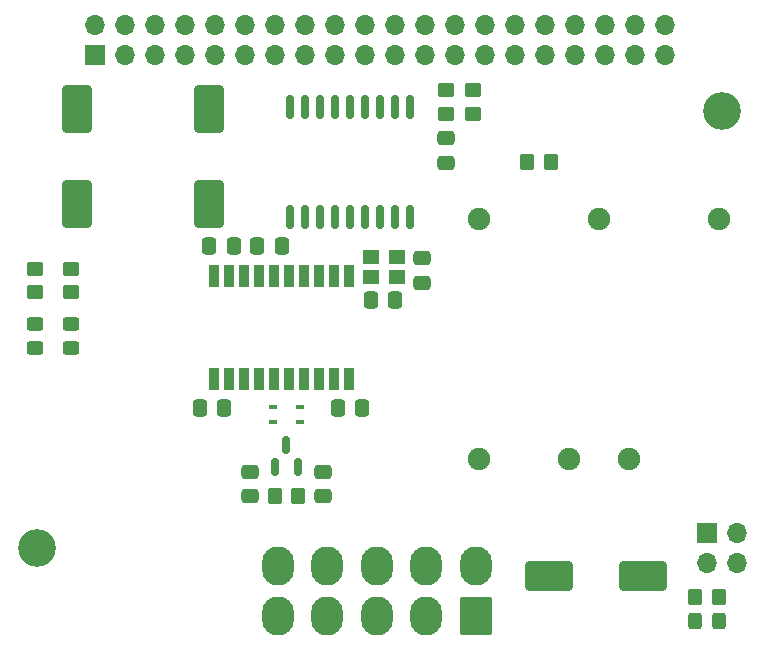
<source format=gbr>
%TF.GenerationSoftware,KiCad,Pcbnew,8.0.3-8.0.3-0~ubuntu23.10.1*%
%TF.CreationDate,2024-09-16T17:13:33+03:00*%
%TF.ProjectId,Raspberry Pi 5 shield,52617370-6265-4727-9279-205069203520,rev?*%
%TF.SameCoordinates,Original*%
%TF.FileFunction,Soldermask,Top*%
%TF.FilePolarity,Negative*%
%FSLAX46Y46*%
G04 Gerber Fmt 4.6, Leading zero omitted, Abs format (unit mm)*
G04 Created by KiCad (PCBNEW 8.0.3-8.0.3-0~ubuntu23.10.1) date 2024-09-16 17:13:33*
%MOMM*%
%LPD*%
G01*
G04 APERTURE LIST*
G04 Aperture macros list*
%AMRoundRect*
0 Rectangle with rounded corners*
0 $1 Rounding radius*
0 $2 $3 $4 $5 $6 $7 $8 $9 X,Y pos of 4 corners*
0 Add a 4 corners polygon primitive as box body*
4,1,4,$2,$3,$4,$5,$6,$7,$8,$9,$2,$3,0*
0 Add four circle primitives for the rounded corners*
1,1,$1+$1,$2,$3*
1,1,$1+$1,$4,$5*
1,1,$1+$1,$6,$7*
1,1,$1+$1,$8,$9*
0 Add four rect primitives between the rounded corners*
20,1,$1+$1,$2,$3,$4,$5,0*
20,1,$1+$1,$4,$5,$6,$7,0*
20,1,$1+$1,$6,$7,$8,$9,0*
20,1,$1+$1,$8,$9,$2,$3,0*%
G04 Aperture macros list end*
%ADD10RoundRect,0.250000X0.337500X0.475000X-0.337500X0.475000X-0.337500X-0.475000X0.337500X-0.475000X0*%
%ADD11RoundRect,0.250000X0.450000X-0.350000X0.450000X0.350000X-0.450000X0.350000X-0.450000X-0.350000X0*%
%ADD12RoundRect,0.250000X0.350000X0.450000X-0.350000X0.450000X-0.350000X-0.450000X0.350000X-0.450000X0*%
%ADD13RoundRect,0.250000X-0.450000X0.350000X-0.450000X-0.350000X0.450000X-0.350000X0.450000X0.350000X0*%
%ADD14R,1.400000X1.200000*%
%ADD15C,1.900000*%
%ADD16C,3.200000*%
%ADD17RoundRect,0.150000X0.150000X-0.587500X0.150000X0.587500X-0.150000X0.587500X-0.150000X-0.587500X0*%
%ADD18RoundRect,0.250000X0.475000X-0.337500X0.475000X0.337500X-0.475000X0.337500X-0.475000X-0.337500X0*%
%ADD19RoundRect,0.250001X1.099999X1.399999X-1.099999X1.399999X-1.099999X-1.399999X1.099999X-1.399999X0*%
%ADD20O,2.700000X3.300000*%
%ADD21RoundRect,0.250000X-0.350000X-0.450000X0.350000X-0.450000X0.350000X0.450000X-0.350000X0.450000X0*%
%ADD22RoundRect,0.250000X-0.450000X0.325000X-0.450000X-0.325000X0.450000X-0.325000X0.450000X0.325000X0*%
%ADD23RoundRect,0.250000X1.750000X1.000000X-1.750000X1.000000X-1.750000X-1.000000X1.750000X-1.000000X0*%
%ADD24RoundRect,0.250000X-1.000000X1.750000X-1.000000X-1.750000X1.000000X-1.750000X1.000000X1.750000X0*%
%ADD25R,0.800000X0.400000*%
%ADD26RoundRect,0.250000X0.325000X0.450000X-0.325000X0.450000X-0.325000X-0.450000X0.325000X-0.450000X0*%
%ADD27RoundRect,0.250000X-0.475000X0.337500X-0.475000X-0.337500X0.475000X-0.337500X0.475000X0.337500X0*%
%ADD28RoundRect,0.150000X0.150000X-0.875000X0.150000X0.875000X-0.150000X0.875000X-0.150000X-0.875000X0*%
%ADD29R,0.900000X1.900000*%
%ADD30R,1.700000X1.700000*%
%ADD31O,1.700000X1.700000*%
G04 APERTURE END LIST*
D10*
%TO.C,C3*%
X135149500Y-100704000D03*
X133074500Y-100704000D03*
%TD*%
D11*
%TO.C,R6*%
X107442000Y-90872000D03*
X107442000Y-88872000D03*
%TD*%
D12*
%TO.C,R4*%
X151114000Y-79876000D03*
X149114000Y-79876000D03*
%TD*%
D10*
%TO.C,C1*%
X124266400Y-86988000D03*
X122191400Y-86988000D03*
%TD*%
D13*
%TO.C,R2*%
X142240000Y-73796000D03*
X142240000Y-75796000D03*
%TD*%
D14*
%TO.C,Y1*%
X138130000Y-87862000D03*
X135930000Y-87862000D03*
X135930000Y-89562000D03*
X138130000Y-89562000D03*
%TD*%
D15*
%TO.C,PS1*%
X157734000Y-104976000D03*
X152654000Y-104976000D03*
X165354000Y-84656000D03*
X155194000Y-84656000D03*
X145034000Y-84656000D03*
X145034000Y-104976000D03*
%TD*%
D16*
%TO.C,H6*%
X107640000Y-112540000D03*
%TD*%
D10*
%TO.C,C2*%
X128330400Y-86988000D03*
X126255400Y-86988000D03*
%TD*%
D17*
%TO.C,D2*%
X127790500Y-105685000D03*
X129690500Y-105685000D03*
X128740500Y-103810000D03*
%TD*%
D10*
%TO.C,C10*%
X137943500Y-91560000D03*
X135868500Y-91560000D03*
%TD*%
D18*
%TO.C,C6*%
X125692500Y-108149500D03*
X125692500Y-106074500D03*
%TD*%
D19*
%TO.C,J3*%
X144780000Y-118291000D03*
D20*
X140598000Y-118291000D03*
X136398000Y-118291000D03*
X132207000Y-118291000D03*
X127998000Y-118291000D03*
X144780000Y-114091000D03*
X140598000Y-114091000D03*
X136398000Y-114091000D03*
X132207000Y-114091000D03*
X127998000Y-114091000D03*
%TD*%
D11*
%TO.C,R1*%
X144526000Y-75796000D03*
X144526000Y-73796000D03*
%TD*%
D21*
%TO.C,R3*%
X127762000Y-108128000D03*
X129762000Y-108128000D03*
%TD*%
D22*
%TO.C,D4*%
X107442000Y-93592000D03*
X107442000Y-95642000D03*
%TD*%
D23*
%TO.C,C13*%
X158940000Y-114928000D03*
X150940000Y-114928000D03*
%TD*%
D24*
%TO.C,C7*%
X122174000Y-75368000D03*
X122174000Y-83368000D03*
%TD*%
D25*
%TO.C,FL1*%
X129928000Y-101862000D03*
X129928000Y-100562000D03*
X127628000Y-100562000D03*
X127628000Y-101862000D03*
%TD*%
D12*
%TO.C,R5*%
X165338000Y-116706000D03*
X163338000Y-116706000D03*
%TD*%
D26*
%TO.C,D3*%
X165363000Y-118738000D03*
X163313000Y-118738000D03*
%TD*%
D18*
%TO.C,C8*%
X140208000Y-90057500D03*
X140208000Y-87982500D03*
%TD*%
D27*
%TO.C,C12*%
X142240000Y-77822500D03*
X142240000Y-79897500D03*
%TD*%
D11*
%TO.C,R7*%
X110490000Y-90872000D03*
X110490000Y-88872000D03*
%TD*%
D28*
%TO.C,U1*%
X129032000Y-84526000D03*
X130302000Y-84526000D03*
X131572000Y-84526000D03*
X132842000Y-84526000D03*
X134112000Y-84526000D03*
X135382000Y-84526000D03*
X136652000Y-84526000D03*
X137922000Y-84526000D03*
X139192000Y-84526000D03*
X139192000Y-75226000D03*
X137922000Y-75226000D03*
X136652000Y-75226000D03*
X135382000Y-75226000D03*
X134112000Y-75226000D03*
X132842000Y-75226000D03*
X131572000Y-75226000D03*
X130302000Y-75226000D03*
X129032000Y-75226000D03*
%TD*%
D29*
%TO.C,D1*%
X134023900Y-89496000D03*
X132753900Y-89496000D03*
X131483900Y-89496000D03*
X130213900Y-89496000D03*
X128943900Y-89496000D03*
X127673900Y-89496000D03*
X126403900Y-89496000D03*
X125133900Y-89496000D03*
X123863900Y-89496000D03*
X122593900Y-89496000D03*
X122593900Y-98196000D03*
X123863900Y-98196000D03*
X125133900Y-98196000D03*
X126403900Y-98196000D03*
X127673900Y-98196000D03*
X128943900Y-98196000D03*
X130213900Y-98196000D03*
X131483900Y-98196000D03*
X132753900Y-98196000D03*
X134023900Y-98196000D03*
%TD*%
D22*
%TO.C,D5*%
X110482000Y-93592000D03*
X110482000Y-95642000D03*
%TD*%
D27*
%TO.C,C5*%
X131810000Y-106074500D03*
X131810000Y-108149500D03*
%TD*%
D24*
%TO.C,C9*%
X110998000Y-75368000D03*
X110998000Y-83368000D03*
%TD*%
D10*
%TO.C,C4*%
X123465500Y-100704000D03*
X121390500Y-100704000D03*
%TD*%
D16*
%TO.C,H5*%
X165640000Y-75540000D03*
%TD*%
D30*
%TO.C,J2*%
X164370000Y-111270000D03*
D31*
X166910000Y-111270000D03*
X164370000Y-113810000D03*
X166910000Y-113810000D03*
%TD*%
D30*
%TO.C,J1*%
X112510000Y-70810000D03*
D31*
X112510000Y-68270000D03*
X115050000Y-70810000D03*
X115050000Y-68270000D03*
X117590000Y-70810000D03*
X117590000Y-68270000D03*
X120130000Y-70810000D03*
X120130000Y-68270000D03*
X122670000Y-70810000D03*
X122670000Y-68270000D03*
X125210000Y-70810000D03*
X125210000Y-68270000D03*
X127750000Y-70810000D03*
X127750000Y-68270000D03*
X130290000Y-70810000D03*
X130290000Y-68270000D03*
X132830000Y-70810000D03*
X132830000Y-68270000D03*
X135370000Y-70810000D03*
X135370000Y-68270000D03*
X137910000Y-70810000D03*
X137910000Y-68270000D03*
X140450000Y-70810000D03*
X140450000Y-68270000D03*
X142990000Y-70810000D03*
X142990000Y-68270000D03*
X145530000Y-70810000D03*
X145530000Y-68270000D03*
X148070000Y-70810000D03*
X148070000Y-68270000D03*
X150610000Y-70810000D03*
X150610000Y-68270000D03*
X153150000Y-70810000D03*
X153150000Y-68270000D03*
X155690000Y-70810000D03*
X155690000Y-68270000D03*
X158230000Y-70810000D03*
X158230000Y-68270000D03*
X160770000Y-70810000D03*
X160770000Y-68270000D03*
%TD*%
M02*

</source>
